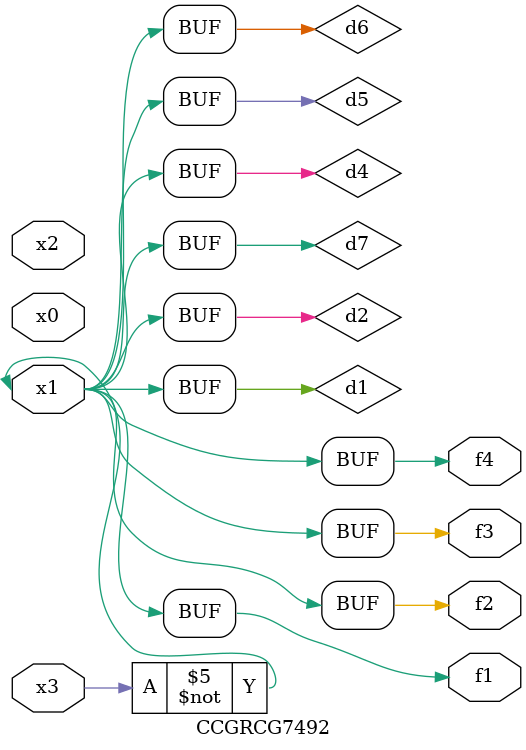
<source format=v>
module CCGRCG7492(
	input x0, x1, x2, x3,
	output f1, f2, f3, f4
);

	wire d1, d2, d3, d4, d5, d6, d7;

	not (d1, x3);
	buf (d2, x1);
	xnor (d3, d1, d2);
	nor (d4, d1);
	buf (d5, d1, d2);
	buf (d6, d4, d5);
	nand (d7, d4);
	assign f1 = d6;
	assign f2 = d7;
	assign f3 = d6;
	assign f4 = d6;
endmodule

</source>
